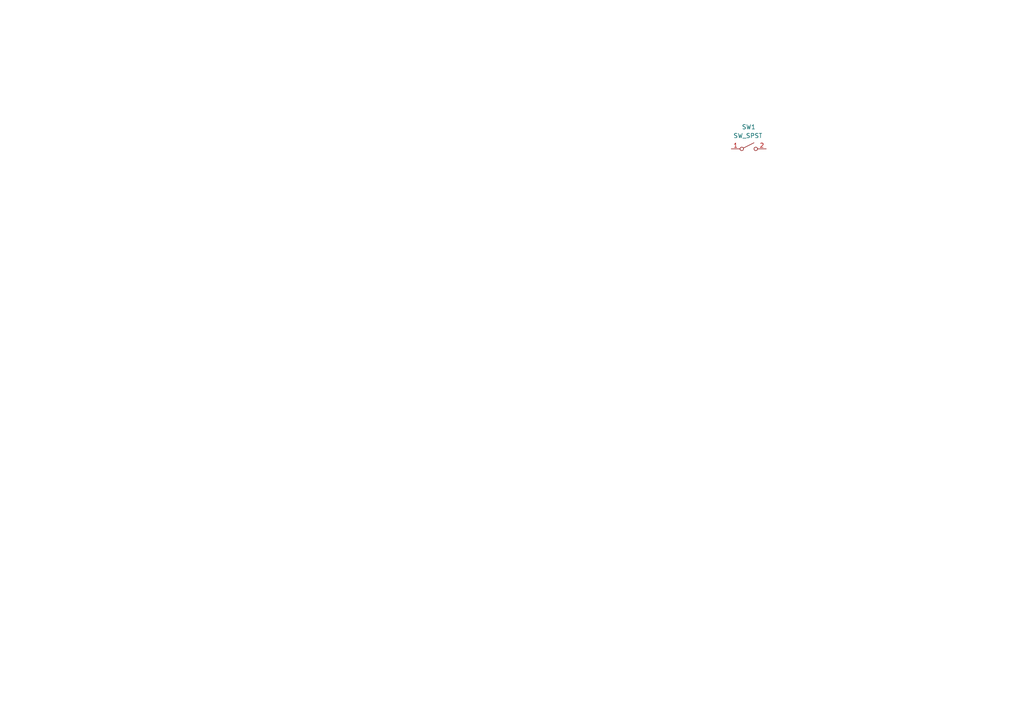
<source format=kicad_sch>
(kicad_sch (version 20250114) (generator "eeschema") (generator_version "9.0")
  (paper "A4")
  (lib_symbols
    (symbol "Switch:SW_SPST" (pin_names (offset 0) (hide yes))
      (property "Reference" "SW" (at 0 3.175 0))
      (property "Value" "SW_SPST" (at 0 -2.54 0))
      (symbol "SW_SPST_0_0"
        (circle (center -2.032 0) (radius 0.508))
        (polyline (pts (xy -1.524 0.254) (xy 1.524 1.778)))
        (circle (center 2.032 0) (radius 0.508))
      )
      (symbol "SW_SPST_1_1"
        (pin passive line (at -5.08 0 0) (length 2.54) (name "A") (number "1"))
        (pin passive line (at 5.08 0 180) (length 2.54) (name "B") (number "2"))
      )
    )
  )
  (symbol (lib_id "Switch:SW_SPST") (at 217.17 43.18 0) (unit 1)
    (property "Reference" "SW1" (at 217.17 36.83 0))
    (property "Value" "SW_SPST" (at 216.916 39.37 0))
    (property "Footprint" "D2FC-f-7N:SW_D2FC_OMR" (effects (hide yes)))
    (property "Datasheet" "https://www.digikey.com/en/products/detail/omron-electronics-inc-emc-div/D2FC-F-7N-60M/20484328" (effects (hide yes)))
    (property "Description" "Single Pole Single Throw (SPST) switch" (effects (hide yes)))
  )
)
</source>
